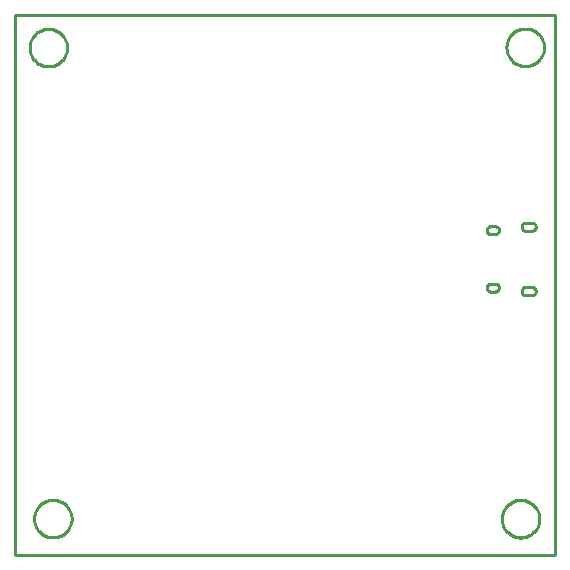
<source format=gbr>
G04 EAGLE Gerber RS-274X export*
G75*
%MOMM*%
%FSLAX34Y34*%
%LPD*%
%IN*%
%IPPOS*%
%AMOC8*
5,1,8,0,0,1.08239X$1,22.5*%
G01*
%ADD10C,0.254000*%


D10*
X0Y0D02*
X457200Y0D01*
X457200Y457200D01*
X0Y457200D01*
X0Y0D01*
X428777Y223271D02*
X428780Y222973D01*
X428809Y222677D01*
X428864Y222385D01*
X428944Y222098D01*
X429049Y221819D01*
X429177Y221551D01*
X429329Y221295D01*
X429502Y221053D01*
X429696Y220827D01*
X429908Y220619D01*
X430138Y220430D01*
X430384Y220262D01*
X430643Y220115D01*
X430914Y219992D01*
X431195Y219894D01*
X431483Y219820D01*
X431777Y219771D01*
X437777Y219771D01*
X438071Y219820D01*
X438359Y219894D01*
X438640Y219992D01*
X438911Y220115D01*
X439170Y220262D01*
X439416Y220430D01*
X439646Y220619D01*
X439858Y220827D01*
X440052Y221053D01*
X440225Y221295D01*
X440377Y221551D01*
X440505Y221819D01*
X440610Y222098D01*
X440690Y222385D01*
X440745Y222677D01*
X440774Y222973D01*
X440777Y223271D01*
X440774Y223569D01*
X440745Y223865D01*
X440690Y224157D01*
X440610Y224444D01*
X440505Y224723D01*
X440377Y224991D01*
X440225Y225247D01*
X440052Y225489D01*
X439858Y225715D01*
X439646Y225923D01*
X439416Y226112D01*
X439170Y226281D01*
X438911Y226427D01*
X438640Y226550D01*
X438359Y226648D01*
X438071Y226722D01*
X437777Y226771D01*
X431777Y226771D01*
X431483Y226722D01*
X431195Y226648D01*
X430914Y226550D01*
X430643Y226427D01*
X430384Y226281D01*
X430138Y226112D01*
X429908Y225923D01*
X429696Y225715D01*
X429502Y225489D01*
X429329Y225247D01*
X429177Y224991D01*
X429049Y224723D01*
X428944Y224444D01*
X428864Y224157D01*
X428809Y223865D01*
X428780Y223569D01*
X428777Y223271D01*
X399227Y226271D02*
X399235Y225992D01*
X399267Y225715D01*
X399323Y225441D01*
X399403Y225174D01*
X399505Y224914D01*
X399630Y224665D01*
X399776Y224427D01*
X399943Y224203D01*
X400128Y223994D01*
X400331Y223802D01*
X400550Y223629D01*
X400783Y223475D01*
X401028Y223342D01*
X401284Y223231D01*
X401549Y223143D01*
X401821Y223078D01*
X402097Y223038D01*
X402375Y223021D01*
X406477Y223021D01*
X406772Y223047D01*
X407064Y223098D01*
X407350Y223175D01*
X407629Y223276D01*
X407898Y223401D01*
X408154Y223549D01*
X408397Y223719D01*
X408624Y223910D01*
X408834Y224119D01*
X409025Y224346D01*
X409195Y224589D01*
X409343Y224846D01*
X409468Y225114D01*
X409570Y225393D01*
X409647Y225679D01*
X409698Y225971D01*
X409724Y226266D01*
X409727Y226371D01*
X409730Y226633D01*
X409710Y226893D01*
X409667Y227151D01*
X409602Y227405D01*
X409516Y227651D01*
X409408Y227890D01*
X409279Y228117D01*
X409132Y228333D01*
X408966Y228535D01*
X408783Y228722D01*
X408584Y228893D01*
X408372Y229045D01*
X408147Y229178D01*
X407911Y229291D01*
X407666Y229383D01*
X407414Y229454D01*
X407157Y229502D01*
X406897Y229528D01*
X406636Y229530D01*
X406477Y229521D01*
X402477Y229521D01*
X402194Y229509D01*
X401913Y229472D01*
X401636Y229410D01*
X401365Y229325D01*
X401104Y229217D01*
X400852Y229086D01*
X400613Y228933D01*
X400388Y228761D01*
X400179Y228569D01*
X399987Y228360D01*
X399815Y228135D01*
X399662Y227896D01*
X399532Y227645D01*
X399423Y227383D01*
X399338Y227112D01*
X399276Y226835D01*
X399239Y226554D01*
X399227Y226271D01*
X399227Y274871D02*
X399227Y274769D01*
X399244Y274491D01*
X399284Y274215D01*
X399349Y273943D01*
X399437Y273678D01*
X399548Y273422D01*
X399681Y273177D01*
X399835Y272944D01*
X400008Y272725D01*
X400200Y272522D01*
X400409Y272337D01*
X400633Y272170D01*
X400871Y272024D01*
X401120Y271899D01*
X401380Y271797D01*
X401647Y271717D01*
X401921Y271661D01*
X402198Y271629D01*
X402477Y271621D01*
X406477Y271621D01*
X406582Y271627D01*
X406876Y271662D01*
X407166Y271722D01*
X407450Y271808D01*
X407725Y271918D01*
X407990Y272051D01*
X408242Y272207D01*
X408480Y272384D01*
X408701Y272582D01*
X408904Y272798D01*
X409087Y273030D01*
X409250Y273278D01*
X409390Y273539D01*
X409507Y273812D01*
X409600Y274093D01*
X409668Y274382D01*
X409710Y274675D01*
X409727Y274971D01*
X409731Y275130D01*
X409720Y275391D01*
X409687Y275650D01*
X409630Y275906D01*
X409552Y276155D01*
X409453Y276397D01*
X409332Y276629D01*
X409192Y276850D01*
X409033Y277058D01*
X408857Y277251D01*
X408664Y277428D01*
X408457Y277587D01*
X408237Y277728D01*
X408005Y277849D01*
X407763Y277950D01*
X407514Y278029D01*
X407259Y278086D01*
X407000Y278120D01*
X406738Y278132D01*
X406477Y278121D01*
X402477Y278121D01*
X402194Y278109D01*
X401913Y278072D01*
X401636Y278010D01*
X401365Y277925D01*
X401104Y277817D01*
X400852Y277686D01*
X400613Y277533D01*
X400388Y277361D01*
X400179Y277169D01*
X399987Y276960D01*
X399815Y276735D01*
X399662Y276496D01*
X399532Y276245D01*
X399423Y275983D01*
X399338Y275712D01*
X399276Y275435D01*
X399239Y275154D01*
X399227Y274871D01*
X428777Y277871D02*
X428780Y277573D01*
X428809Y277277D01*
X428864Y276985D01*
X428944Y276698D01*
X429049Y276419D01*
X429177Y276151D01*
X429329Y275895D01*
X429502Y275653D01*
X429696Y275427D01*
X429908Y275219D01*
X430138Y275030D01*
X430384Y274862D01*
X430643Y274715D01*
X430914Y274592D01*
X431195Y274494D01*
X431483Y274420D01*
X431777Y274371D01*
X437777Y274371D01*
X438071Y274420D01*
X438359Y274494D01*
X438640Y274592D01*
X438911Y274715D01*
X439170Y274862D01*
X439416Y275030D01*
X439646Y275219D01*
X439858Y275427D01*
X440052Y275653D01*
X440225Y275895D01*
X440377Y276151D01*
X440505Y276419D01*
X440610Y276698D01*
X440690Y276985D01*
X440745Y277277D01*
X440774Y277573D01*
X440777Y277871D01*
X440774Y278169D01*
X440745Y278465D01*
X440690Y278757D01*
X440610Y279044D01*
X440505Y279323D01*
X440377Y279591D01*
X440225Y279847D01*
X440052Y280089D01*
X439858Y280315D01*
X439646Y280523D01*
X439416Y280712D01*
X439170Y280881D01*
X438911Y281027D01*
X438640Y281150D01*
X438359Y281248D01*
X438071Y281322D01*
X437777Y281371D01*
X431777Y281371D01*
X431483Y281322D01*
X431195Y281248D01*
X430914Y281150D01*
X430643Y281027D01*
X430384Y280881D01*
X430138Y280712D01*
X429908Y280523D01*
X429696Y280315D01*
X429502Y280089D01*
X429329Y279847D01*
X429177Y279591D01*
X429049Y279323D01*
X428944Y279044D01*
X428864Y278757D01*
X428809Y278465D01*
X428780Y278169D01*
X428777Y277871D01*
X44069Y428994D02*
X44001Y427957D01*
X43865Y426927D01*
X43663Y425907D01*
X43394Y424903D01*
X43059Y423919D01*
X42662Y422959D01*
X42202Y422027D01*
X41682Y421126D01*
X41105Y420262D01*
X40472Y419438D01*
X39787Y418656D01*
X39052Y417921D01*
X38270Y417236D01*
X37446Y416603D01*
X36582Y416026D01*
X35681Y415506D01*
X34749Y415046D01*
X33789Y414649D01*
X32805Y414314D01*
X31801Y414045D01*
X30781Y413843D01*
X29751Y413707D01*
X28714Y413639D01*
X27674Y413639D01*
X26637Y413707D01*
X25607Y413843D01*
X24587Y414045D01*
X23583Y414314D01*
X22599Y414649D01*
X21639Y415046D01*
X20707Y415506D01*
X19806Y416026D01*
X18942Y416603D01*
X18118Y417236D01*
X17336Y417921D01*
X16601Y418656D01*
X15916Y419438D01*
X15283Y420262D01*
X14706Y421126D01*
X14186Y422027D01*
X13726Y422959D01*
X13329Y423919D01*
X12994Y424903D01*
X12725Y425907D01*
X12523Y426927D01*
X12387Y427957D01*
X12319Y428994D01*
X12319Y430034D01*
X12387Y431071D01*
X12523Y432101D01*
X12725Y433121D01*
X12994Y434125D01*
X13329Y435109D01*
X13726Y436069D01*
X14186Y437001D01*
X14706Y437902D01*
X15283Y438766D01*
X15916Y439590D01*
X16601Y440372D01*
X17336Y441107D01*
X18118Y441792D01*
X18942Y442425D01*
X19806Y443002D01*
X20707Y443522D01*
X21639Y443982D01*
X22599Y444379D01*
X23583Y444714D01*
X24587Y444983D01*
X25607Y445185D01*
X26637Y445321D01*
X27674Y445389D01*
X28714Y445389D01*
X29751Y445321D01*
X30781Y445185D01*
X31801Y444983D01*
X32805Y444714D01*
X33789Y444379D01*
X34749Y443982D01*
X35681Y443522D01*
X36582Y443002D01*
X37446Y442425D01*
X38270Y441792D01*
X39052Y441107D01*
X39787Y440372D01*
X40472Y439590D01*
X41105Y438766D01*
X41682Y437902D01*
X42202Y437001D01*
X42662Y436069D01*
X43059Y435109D01*
X43394Y434125D01*
X43663Y433121D01*
X43865Y432101D01*
X44001Y431071D01*
X44069Y430034D01*
X44069Y428994D01*
X47879Y30214D02*
X47811Y29177D01*
X47675Y28147D01*
X47473Y27127D01*
X47204Y26123D01*
X46869Y25139D01*
X46472Y24179D01*
X46012Y23247D01*
X45492Y22346D01*
X44915Y21482D01*
X44282Y20658D01*
X43597Y19876D01*
X42862Y19141D01*
X42080Y18456D01*
X41256Y17823D01*
X40392Y17246D01*
X39491Y16726D01*
X38559Y16266D01*
X37599Y15869D01*
X36615Y15534D01*
X35611Y15265D01*
X34591Y15063D01*
X33561Y14927D01*
X32524Y14859D01*
X31484Y14859D01*
X30447Y14927D01*
X29417Y15063D01*
X28397Y15265D01*
X27393Y15534D01*
X26409Y15869D01*
X25449Y16266D01*
X24517Y16726D01*
X23616Y17246D01*
X22752Y17823D01*
X21928Y18456D01*
X21146Y19141D01*
X20411Y19876D01*
X19726Y20658D01*
X19093Y21482D01*
X18516Y22346D01*
X17996Y23247D01*
X17536Y24179D01*
X17139Y25139D01*
X16804Y26123D01*
X16535Y27127D01*
X16333Y28147D01*
X16197Y29177D01*
X16129Y30214D01*
X16129Y31254D01*
X16197Y32291D01*
X16333Y33321D01*
X16535Y34341D01*
X16804Y35345D01*
X17139Y36329D01*
X17536Y37289D01*
X17996Y38221D01*
X18516Y39122D01*
X19093Y39986D01*
X19726Y40810D01*
X20411Y41592D01*
X21146Y42327D01*
X21928Y43012D01*
X22752Y43645D01*
X23616Y44222D01*
X24517Y44742D01*
X25449Y45202D01*
X26409Y45599D01*
X27393Y45934D01*
X28397Y46203D01*
X29417Y46405D01*
X30447Y46541D01*
X31484Y46609D01*
X32524Y46609D01*
X33561Y46541D01*
X34591Y46405D01*
X35611Y46203D01*
X36615Y45934D01*
X37599Y45599D01*
X38559Y45202D01*
X39491Y44742D01*
X40392Y44222D01*
X41256Y43645D01*
X42080Y43012D01*
X42862Y42327D01*
X43597Y41592D01*
X44282Y40810D01*
X44915Y39986D01*
X45492Y39122D01*
X46012Y38221D01*
X46472Y37289D01*
X46869Y36329D01*
X47204Y35345D01*
X47473Y34341D01*
X47675Y33321D01*
X47811Y32291D01*
X47879Y31254D01*
X47879Y30214D01*
X443865Y30087D02*
X443797Y29050D01*
X443661Y28020D01*
X443459Y27000D01*
X443190Y25996D01*
X442855Y25012D01*
X442458Y24052D01*
X441998Y23120D01*
X441478Y22219D01*
X440901Y21355D01*
X440268Y20531D01*
X439583Y19749D01*
X438848Y19014D01*
X438066Y18329D01*
X437242Y17696D01*
X436378Y17119D01*
X435477Y16599D01*
X434545Y16139D01*
X433585Y15742D01*
X432601Y15407D01*
X431597Y15138D01*
X430577Y14936D01*
X429547Y14800D01*
X428510Y14732D01*
X427470Y14732D01*
X426433Y14800D01*
X425403Y14936D01*
X424383Y15138D01*
X423379Y15407D01*
X422395Y15742D01*
X421435Y16139D01*
X420503Y16599D01*
X419602Y17119D01*
X418738Y17696D01*
X417914Y18329D01*
X417132Y19014D01*
X416397Y19749D01*
X415712Y20531D01*
X415079Y21355D01*
X414502Y22219D01*
X413982Y23120D01*
X413522Y24052D01*
X413125Y25012D01*
X412790Y25996D01*
X412521Y27000D01*
X412319Y28020D01*
X412183Y29050D01*
X412115Y30087D01*
X412115Y31127D01*
X412183Y32164D01*
X412319Y33194D01*
X412521Y34214D01*
X412790Y35218D01*
X413125Y36202D01*
X413522Y37162D01*
X413982Y38094D01*
X414502Y38995D01*
X415079Y39859D01*
X415712Y40683D01*
X416397Y41465D01*
X417132Y42200D01*
X417914Y42885D01*
X418738Y43518D01*
X419602Y44095D01*
X420503Y44615D01*
X421435Y45075D01*
X422395Y45472D01*
X423379Y45807D01*
X424383Y46076D01*
X425403Y46278D01*
X426433Y46414D01*
X427470Y46482D01*
X428510Y46482D01*
X429547Y46414D01*
X430577Y46278D01*
X431597Y46076D01*
X432601Y45807D01*
X433585Y45472D01*
X434545Y45075D01*
X435477Y44615D01*
X436378Y44095D01*
X437242Y43518D01*
X438066Y42885D01*
X438848Y42200D01*
X439583Y41465D01*
X440268Y40683D01*
X440901Y39859D01*
X441478Y38995D01*
X441998Y38094D01*
X442458Y37162D01*
X442855Y36202D01*
X443190Y35218D01*
X443459Y34214D01*
X443661Y33194D01*
X443797Y32164D01*
X443865Y31127D01*
X443865Y30087D01*
X447802Y429248D02*
X447734Y428211D01*
X447598Y427181D01*
X447396Y426161D01*
X447127Y425157D01*
X446792Y424173D01*
X446395Y423213D01*
X445935Y422281D01*
X445415Y421380D01*
X444838Y420516D01*
X444205Y419692D01*
X443520Y418910D01*
X442785Y418175D01*
X442003Y417490D01*
X441179Y416857D01*
X440315Y416280D01*
X439414Y415760D01*
X438482Y415300D01*
X437522Y414903D01*
X436538Y414568D01*
X435534Y414299D01*
X434514Y414097D01*
X433484Y413961D01*
X432447Y413893D01*
X431407Y413893D01*
X430370Y413961D01*
X429340Y414097D01*
X428320Y414299D01*
X427316Y414568D01*
X426332Y414903D01*
X425372Y415300D01*
X424440Y415760D01*
X423539Y416280D01*
X422675Y416857D01*
X421851Y417490D01*
X421069Y418175D01*
X420334Y418910D01*
X419649Y419692D01*
X419016Y420516D01*
X418439Y421380D01*
X417919Y422281D01*
X417459Y423213D01*
X417062Y424173D01*
X416727Y425157D01*
X416458Y426161D01*
X416256Y427181D01*
X416120Y428211D01*
X416052Y429248D01*
X416052Y430288D01*
X416120Y431325D01*
X416256Y432355D01*
X416458Y433375D01*
X416727Y434379D01*
X417062Y435363D01*
X417459Y436323D01*
X417919Y437255D01*
X418439Y438156D01*
X419016Y439020D01*
X419649Y439844D01*
X420334Y440626D01*
X421069Y441361D01*
X421851Y442046D01*
X422675Y442679D01*
X423539Y443256D01*
X424440Y443776D01*
X425372Y444236D01*
X426332Y444633D01*
X427316Y444968D01*
X428320Y445237D01*
X429340Y445439D01*
X430370Y445575D01*
X431407Y445643D01*
X432447Y445643D01*
X433484Y445575D01*
X434514Y445439D01*
X435534Y445237D01*
X436538Y444968D01*
X437522Y444633D01*
X438482Y444236D01*
X439414Y443776D01*
X440315Y443256D01*
X441179Y442679D01*
X442003Y442046D01*
X442785Y441361D01*
X443520Y440626D01*
X444205Y439844D01*
X444838Y439020D01*
X445415Y438156D01*
X445935Y437255D01*
X446395Y436323D01*
X446792Y435363D01*
X447127Y434379D01*
X447396Y433375D01*
X447598Y432355D01*
X447734Y431325D01*
X447802Y430288D01*
X447802Y429248D01*
M02*

</source>
